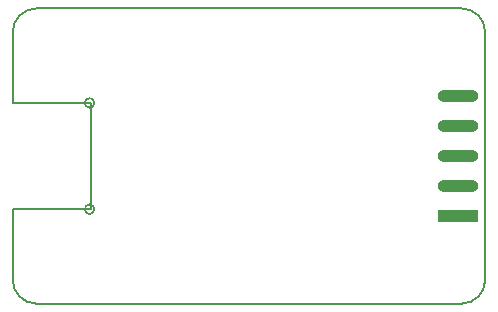
<source format=gbp>
G04*
G04 #@! TF.GenerationSoftware,Altium Limited,Altium Designer,18.1.9 (240)*
G04*
G04 Layer_Color=128*
%FSLAX25Y25*%
%MOIN*%
G70*
G01*
G75*
%ADD15C,0.00600*%
%ADD18C,0.00500*%
%ADD28O,0.13780X0.04016*%
%ADD29R,0.13780X0.04016*%
D15*
X149606Y0D02*
G03*
X157480Y7874I0J7874D01*
G01*
X0D02*
G03*
X7874Y0I7874J0D01*
G01*
Y98425D02*
G03*
X0Y90551I0J-7874D01*
G01*
X157480D02*
G03*
X149606Y98425I-7874J0D01*
G01*
X0Y7874D02*
Y31496D01*
Y66929D02*
Y90551D01*
X7874Y98425D02*
X149606Y98425D01*
X157480Y7874D02*
Y90551D01*
X7874Y0D02*
X149606D01*
D18*
X27165Y66929D02*
G03*
X27165Y66929I-1575J0D01*
G01*
Y31496D02*
G03*
X27165Y31496I-1575J0D01*
G01*
X0D02*
X25984D01*
Y66929D01*
X0D02*
X25984D01*
D28*
X148500Y59213D02*
D03*
Y39213D02*
D03*
Y49213D02*
D03*
Y69213D02*
D03*
D29*
Y29213D02*
D03*
M02*

</source>
